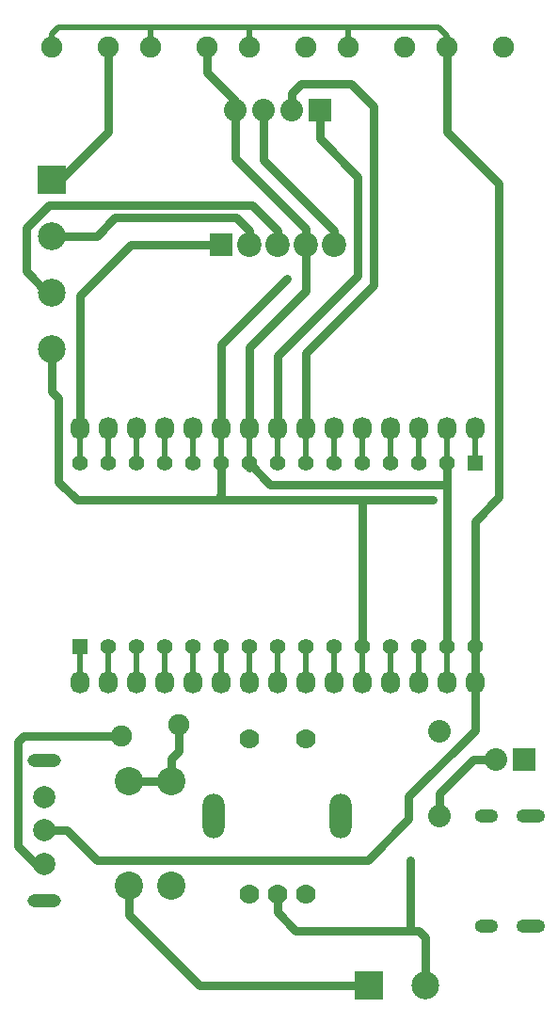
<source format=gbr>
G04 #@! TF.FileFunction,Copper,L2,Bot,Signal*
%FSLAX46Y46*%
G04 Gerber Fmt 4.6, Leading zero omitted, Abs format (unit mm)*
G04 Created by KiCad (PCBNEW 4.0.4-stable) date 08/11/17 14:19:39*
%MOMM*%
%LPD*%
G01*
G04 APERTURE LIST*
%ADD10C,0.500000*%
%ADD11R,2.032000X2.032000*%
%ADD12C,2.032000*%
%ADD13C,1.905000*%
%ADD14O,1.727200X2.032000*%
%ADD15C,2.540000*%
%ADD16C,2.000000*%
%ADD17O,3.000000X1.200000*%
%ADD18O,2.100000X1.200000*%
%ADD19O,2.600000X1.200000*%
%ADD20R,2.100580X2.100580*%
%ADD21C,2.199640*%
%ADD22R,2.499360X2.499360*%
%ADD23C,2.499360*%
%ADD24C,1.397000*%
%ADD25R,1.397000X1.397000*%
%ADD26C,1.778000*%
%ADD27O,1.998980X4.000500*%
%ADD28C,0.600000*%
%ADD29C,0.762000*%
%ADD30C,0.508000*%
G04 APERTURE END LIST*
D10*
D11*
X28575000Y84455000D03*
D12*
X26035000Y84455000D03*
X23495000Y84455000D03*
X20955000Y84455000D03*
D13*
X15875000Y29210000D03*
X10775000Y28210000D03*
D12*
X39370000Y28575000D03*
X39370000Y20955000D03*
D14*
X6985000Y33020000D03*
X9525000Y33020000D03*
X12065000Y33020000D03*
X14605000Y33020000D03*
X17145000Y33020000D03*
X19685000Y33020000D03*
X22225000Y33020000D03*
X24765000Y33020000D03*
X27305000Y33020000D03*
X29845000Y33020000D03*
X32385000Y33020000D03*
X34925000Y33020000D03*
X37465000Y33020000D03*
X40005000Y33020000D03*
X42545000Y33020000D03*
X6985000Y55880000D03*
X37465000Y55880000D03*
X40005000Y55880000D03*
X34925000Y55880000D03*
X19685000Y55880000D03*
X17145000Y55880000D03*
X22225000Y55880000D03*
X42545000Y55880000D03*
X27305000Y55880000D03*
X24765000Y55880000D03*
X29845000Y55880000D03*
X32385000Y55880000D03*
X12065000Y55880000D03*
X14605000Y55880000D03*
X9525000Y55880000D03*
D15*
X15240000Y24130000D03*
X15240000Y14732000D03*
D16*
X3784600Y19692620D03*
X3810000Y16685000D03*
X3810000Y22685000D03*
D17*
X3810000Y13385000D03*
X3810000Y25985000D03*
D13*
X4445000Y90170000D03*
X9525000Y90170000D03*
X13335000Y90170000D03*
X18415000Y90170000D03*
X22225000Y90170000D03*
X27305000Y90170000D03*
X31115000Y90170000D03*
X36195000Y90170000D03*
X40005000Y90170000D03*
X45085000Y90170000D03*
D15*
X11430000Y24130000D03*
X11430000Y14732000D03*
D18*
X43580000Y11049000D03*
X43580000Y20949000D03*
D19*
X47580000Y11049000D03*
X47580000Y20949000D03*
D20*
X19685000Y72390000D03*
D21*
X22225000Y72390000D03*
X24765000Y72390000D03*
X27305000Y72390000D03*
X29845000Y72390000D03*
D22*
X4445000Y78232000D03*
D23*
X4445000Y73152000D03*
X4445000Y68072000D03*
X4445000Y62992000D03*
D24*
X42545000Y36195000D03*
X40005000Y36195000D03*
X37465000Y36195000D03*
X34925000Y36195000D03*
X32385000Y36195000D03*
D25*
X6985000Y36195000D03*
D24*
X9525000Y36195000D03*
X12065000Y36195000D03*
X14605000Y36195000D03*
X17145000Y36195000D03*
X19685000Y36195000D03*
X22225000Y36195000D03*
X24765000Y36195000D03*
X27305000Y36195000D03*
X29845000Y36195000D03*
X6985000Y52705000D03*
X9525000Y52705000D03*
X12065000Y52705000D03*
X14605000Y52705000D03*
X17145000Y52705000D03*
D25*
X42545000Y52705000D03*
D24*
X40005000Y52705000D03*
X37465000Y52705000D03*
X34925000Y52705000D03*
X32385000Y52705000D03*
X29845000Y52705000D03*
X27305000Y52705000D03*
X24765000Y52705000D03*
X22225000Y52705000D03*
X19685000Y52705000D03*
D22*
X33020000Y5715000D03*
D23*
X38100000Y5715000D03*
D26*
X22225000Y13970000D03*
X27305000Y13970000D03*
X24765000Y13970000D03*
X22225000Y27940000D03*
X27305000Y27940000D03*
D27*
X30480000Y20955000D03*
X19050000Y20955000D03*
D12*
X44450000Y26035000D03*
D11*
X46990000Y26035000D03*
D28*
X36703000Y17018000D03*
X25654000Y69342000D03*
X38735000Y49403000D03*
D29*
X3810000Y16685000D02*
X3000000Y16685000D01*
X3000000Y16685000D02*
X1397000Y18288000D01*
X1397000Y18288000D02*
X1397000Y27686000D01*
X1397000Y27686000D02*
X1921000Y28210000D01*
X1921000Y28210000D02*
X10775000Y28210000D01*
X42545000Y36195000D02*
X42545000Y47498000D01*
X40005000Y82550000D02*
X40005000Y90170000D01*
X44704000Y77851000D02*
X40005000Y82550000D01*
X44704000Y49657000D02*
X44704000Y77851000D01*
X42545000Y47498000D02*
X44704000Y49657000D01*
X42545000Y33020000D02*
X42545000Y36195000D01*
X3784600Y19692620D02*
X5834380Y19692620D01*
X42545000Y28702000D02*
X42545000Y33020000D01*
X36576000Y22733000D02*
X42545000Y28702000D01*
X36576000Y20701000D02*
X36576000Y22733000D01*
X32893000Y17018000D02*
X36576000Y20701000D01*
X8509000Y17018000D02*
X32893000Y17018000D01*
X5834380Y19692620D02*
X8509000Y17018000D01*
D30*
X13335000Y90170000D02*
X13335000Y91948000D01*
X13335000Y91948000D02*
X13335000Y91821000D01*
X13335000Y91821000D02*
X13335000Y91948000D01*
X22225000Y90170000D02*
X22225000Y91948000D01*
X22352000Y91821000D02*
X22352000Y91948000D01*
X22225000Y91948000D02*
X22352000Y91821000D01*
X31115000Y90170000D02*
X31115000Y91948000D01*
X4445000Y90170000D02*
X4445000Y91313000D01*
X4445000Y91313000D02*
X5080000Y91948000D01*
X5080000Y91948000D02*
X13335000Y91948000D01*
X13335000Y91948000D02*
X22352000Y91948000D01*
X22352000Y91948000D02*
X31115000Y91948000D01*
X40005000Y91186000D02*
X40005000Y90170000D01*
X39243000Y91948000D02*
X40005000Y91186000D01*
X31115000Y91948000D02*
X39243000Y91948000D01*
D29*
X38100000Y5715000D02*
X38100000Y8890000D01*
X22225000Y55880000D02*
X22225000Y63119000D01*
X27305000Y68199000D02*
X27305000Y72390000D01*
X22225000Y63119000D02*
X27305000Y68199000D01*
X27305000Y72390000D02*
X27305000Y73787000D01*
X27305000Y73787000D02*
X20955000Y80137000D01*
X20955000Y80137000D02*
X20955000Y84455000D01*
X20955000Y84455000D02*
X20955000Y85344000D01*
X20955000Y85344000D02*
X18415000Y87884000D01*
X18415000Y87884000D02*
X18415000Y90170000D01*
X4445000Y78232000D02*
X5207000Y78232000D01*
X5207000Y78232000D02*
X9525000Y82550000D01*
X9525000Y82550000D02*
X9525000Y90170000D01*
X40005000Y50800000D02*
X24130000Y50800000D01*
X24130000Y50800000D02*
X22225000Y52705000D01*
X40005000Y36195000D02*
X40005000Y50800000D01*
X40005000Y50800000D02*
X40005000Y52705000D01*
X22225000Y52705000D02*
X22225000Y52324000D01*
X36703000Y10668000D02*
X36703000Y17018000D01*
X24765000Y13970000D02*
X24765000Y12319000D01*
X26416000Y10668000D02*
X36703000Y10668000D01*
X24765000Y12319000D02*
X26416000Y10668000D01*
D30*
X29845000Y33020000D02*
X29845000Y36195000D01*
X40005000Y33020000D02*
X40005000Y36195000D01*
X40005000Y52705000D02*
X40005000Y55880000D01*
X22225000Y52705000D02*
X22225000Y55880000D01*
D29*
X38100000Y10033000D02*
X38100000Y8890000D01*
X38100000Y8890000D02*
X38100000Y8255000D01*
X37465000Y10668000D02*
X38100000Y10033000D01*
X36703000Y10668000D02*
X37465000Y10668000D01*
D30*
X29845000Y52705000D02*
X29845000Y55880000D01*
D29*
X33020000Y5715000D02*
X17780000Y5715000D01*
X11430000Y12065000D02*
X11430000Y14732000D01*
X17780000Y5715000D02*
X11430000Y12065000D01*
X24765000Y55880000D02*
X24765000Y62357000D01*
X28575000Y81915000D02*
X28575000Y84455000D01*
X32004000Y78486000D02*
X28575000Y81915000D01*
X32004000Y69596000D02*
X32004000Y78486000D01*
X24765000Y62357000D02*
X32004000Y69596000D01*
D30*
X24765000Y52705000D02*
X24765000Y55880000D01*
D29*
X27305000Y55880000D02*
X27305000Y62611000D01*
X26035000Y85979000D02*
X26035000Y84455000D01*
X26924000Y86868000D02*
X26035000Y85979000D01*
X31369000Y86868000D02*
X26924000Y86868000D01*
X33401000Y84836000D02*
X31369000Y86868000D01*
X33401000Y68707000D02*
X33401000Y84836000D01*
X27305000Y62611000D02*
X33401000Y68707000D01*
D30*
X27305000Y52705000D02*
X27305000Y55880000D01*
D29*
X4445000Y62992000D02*
X4445000Y59182000D01*
X5080000Y58547000D02*
X5080000Y51054000D01*
X4445000Y59182000D02*
X5080000Y58547000D01*
X32385000Y49403000D02*
X21844000Y49403000D01*
X5080000Y51054000D02*
X6731000Y49403000D01*
X19685000Y49403000D02*
X19558000Y49530000D01*
X19558000Y49530000D02*
X19558000Y49657000D01*
X19558000Y49657000D02*
X19558000Y49403000D01*
X19685000Y55880000D02*
X19685000Y63373000D01*
X19685000Y63373000D02*
X25654000Y69342000D01*
X23495000Y84455000D02*
X23495000Y80010000D01*
X29845000Y73660000D02*
X29845000Y72390000D01*
X23495000Y80010000D02*
X29845000Y73660000D01*
X19685000Y52705000D02*
X19685000Y49403000D01*
X19558000Y49657000D02*
X19558000Y49403000D01*
X19558000Y49530000D02*
X19558000Y49657000D01*
X19685000Y49403000D02*
X19558000Y49530000D01*
X5080000Y51054000D02*
X6731000Y49403000D01*
X6731000Y49403000D02*
X19558000Y49403000D01*
X19558000Y49403000D02*
X21844000Y49403000D01*
X32385000Y49403000D02*
X21844000Y49403000D01*
X32385000Y49403000D02*
X38735000Y49403000D01*
X32385000Y36195000D02*
X32385000Y49403000D01*
X19812000Y52578000D02*
X19685000Y52705000D01*
D30*
X32385000Y33020000D02*
X32385000Y36195000D01*
X42545000Y52705000D02*
X42545000Y55880000D01*
X19685000Y52705000D02*
X19685000Y55880000D01*
D29*
X19685000Y72390000D02*
X11557000Y72390000D01*
X6985000Y67818000D02*
X6985000Y55880000D01*
X11557000Y72390000D02*
X6985000Y67818000D01*
D30*
X6985000Y52705000D02*
X6985000Y55880000D01*
D29*
X4445000Y73152000D02*
X8509000Y73152000D01*
X8509000Y73152000D02*
X10160000Y74803000D01*
X10160000Y74803000D02*
X21082000Y74803000D01*
X21082000Y74803000D02*
X22225000Y73660000D01*
X22225000Y73660000D02*
X22225000Y72390000D01*
D30*
X12065000Y52705000D02*
X12065000Y55880000D01*
D29*
X4445000Y68072000D02*
X4064000Y68072000D01*
X4064000Y68072000D02*
X2159000Y69977000D01*
X2159000Y69977000D02*
X2159000Y73914000D01*
X2159000Y73914000D02*
X4191000Y75946000D01*
X4191000Y75946000D02*
X22479000Y75946000D01*
X22479000Y75946000D02*
X24765000Y73660000D01*
X24765000Y73660000D02*
X24765000Y72390000D01*
D30*
X14605000Y52705000D02*
X14605000Y55880000D01*
X37465000Y52705000D02*
X37465000Y55880000D01*
X34925000Y52705000D02*
X34925000Y55880000D01*
D29*
X15240000Y24130000D02*
X15240000Y26162000D01*
X15875000Y26797000D02*
X15875000Y29210000D01*
X15240000Y26162000D02*
X15875000Y26797000D01*
X11430000Y24130000D02*
X15240000Y24130000D01*
D30*
X17145000Y52705000D02*
X17145000Y55880000D01*
X9525000Y52705000D02*
X9525000Y55880000D01*
X32385000Y52705000D02*
X32385000Y55880000D01*
D29*
X39370000Y20955000D02*
X39370000Y22987000D01*
X42418000Y26035000D02*
X44450000Y26035000D01*
X39370000Y22987000D02*
X42418000Y26035000D01*
D30*
X37465000Y33020000D02*
X37465000Y36195000D01*
X34925000Y33020000D02*
X34925000Y36195000D01*
X6985000Y33020000D02*
X6985000Y36195000D01*
X9525000Y33020000D02*
X9525000Y36195000D01*
X12065000Y33020000D02*
X12065000Y36195000D01*
X14605000Y33020000D02*
X14605000Y36195000D01*
X17145000Y33020000D02*
X17145000Y36195000D01*
X19685000Y33020000D02*
X19685000Y36195000D01*
X22225000Y33020000D02*
X22225000Y36195000D01*
X24765000Y33020000D02*
X24765000Y36195000D01*
X27305000Y33020000D02*
X27305000Y36195000D01*
M02*

</source>
